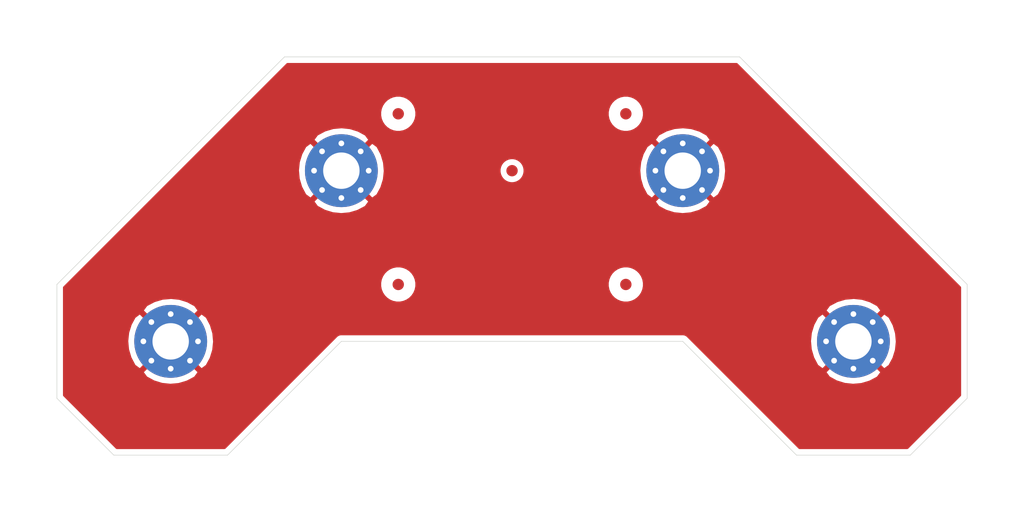
<source format=kicad_pcb>
(kicad_pcb (version 20171130) (host pcbnew "(5.1.12-1-10_14)")

  (general
    (thickness 1.6)
    (drawings 26)
    (tracks 0)
    (zones 0)
    (modules 12)
    (nets 2)
  )

  (page A4)
  (layers
    (0 F.Cu signal)
    (31 B.Cu signal)
    (32 B.Adhes user)
    (33 F.Adhes user)
    (34 B.Paste user)
    (35 F.Paste user)
    (36 B.SilkS user)
    (37 F.SilkS user)
    (38 B.Mask user)
    (39 F.Mask user)
    (40 Dwgs.User user)
    (41 Cmts.User user)
    (42 Eco1.User user)
    (43 Eco2.User user)
    (44 Edge.Cuts user)
    (45 Margin user)
    (46 B.CrtYd user)
    (47 F.CrtYd user)
    (48 B.Fab user)
    (49 F.Fab user)
  )

  (setup
    (last_trace_width 0.25)
    (trace_clearance 0.2)
    (zone_clearance 0.508)
    (zone_45_only no)
    (trace_min 0.2)
    (via_size 0.8)
    (via_drill 0.4)
    (via_min_size 0.4)
    (via_min_drill 0.3)
    (uvia_size 0.3)
    (uvia_drill 0.1)
    (uvias_allowed no)
    (uvia_min_size 0.2)
    (uvia_min_drill 0.1)
    (edge_width 0.05)
    (segment_width 0.2)
    (pcb_text_width 0.3)
    (pcb_text_size 1.5 1.5)
    (mod_edge_width 0.12)
    (mod_text_size 1 1)
    (mod_text_width 0.15)
    (pad_size 1.524 1.524)
    (pad_drill 0.762)
    (pad_to_mask_clearance 0)
    (aux_axis_origin 0 0)
    (visible_elements FFFFFF7F)
    (pcbplotparams
      (layerselection 0x010fc_ffffffff)
      (usegerberextensions false)
      (usegerberattributes true)
      (usegerberadvancedattributes true)
      (creategerberjobfile true)
      (excludeedgelayer true)
      (linewidth 0.100000)
      (plotframeref false)
      (viasonmask false)
      (mode 1)
      (useauxorigin false)
      (hpglpennumber 1)
      (hpglpenspeed 20)
      (hpglpendiameter 15.000000)
      (psnegative false)
      (psa4output false)
      (plotreference true)
      (plotvalue true)
      (plotinvisibletext false)
      (padsonsilk false)
      (subtractmaskfromsilk false)
      (outputformat 1)
      (mirror false)
      (drillshape 1)
      (scaleselection 1)
      (outputdirectory ""))
  )

  (net 0 "")
  (net 1 GND)

  (net_class Default "This is the default net class."
    (clearance 0.2)
    (trace_width 0.25)
    (via_dia 0.8)
    (via_drill 0.4)
    (uvia_dia 0.3)
    (uvia_drill 0.1)
    (add_net GND)
  )

  (module Fiducial:Fiducial_1mm_Mask3mm (layer F.Cu) (tedit 5C18D119) (tstamp 61DFC7F8)
    (at 75 -5)
    (descr "Circular Fiducial, 1mm bare copper, 3mm soldermask opening (recommended)")
    (tags fiducial)
    (attr smd)
    (fp_text reference REF** (at 0 -2.54) (layer F.SilkS) hide
      (effects (font (size 1 1) (thickness 0.15)))
    )
    (fp_text value Fiducial_1mm_Mask3mm (at 0 2.286) (layer F.Fab)
      (effects (font (size 1 1) (thickness 0.15)))
    )
    (fp_circle (center 0 0) (end 1.5 0) (layer F.Fab) (width 0.1))
    (fp_circle (center 0 0) (end 1.75 0) (layer F.CrtYd) (width 0.05))
    (fp_text user %R (at 0 0) (layer F.Fab)
      (effects (font (size 0.4 0.4) (thickness 0.06)))
    )
    (pad "" smd circle (at 0 0) (size 1 1) (layers F.Cu F.Mask)
      (solder_mask_margin 1) (clearance 1))
  )

  (module Fiducial:Fiducial_1mm_Mask3mm (layer F.Cu) (tedit 5C18D119) (tstamp 61DFC7F8)
    (at 5 -5)
    (descr "Circular Fiducial, 1mm bare copper, 3mm soldermask opening (recommended)")
    (tags fiducial)
    (attr smd)
    (fp_text reference REF** (at 0 -2.54) (layer F.SilkS) hide
      (effects (font (size 1 1) (thickness 0.15)))
    )
    (fp_text value Fiducial_1mm_Mask3mm (at 0 2.286) (layer F.Fab)
      (effects (font (size 1 1) (thickness 0.15)))
    )
    (fp_circle (center 0 0) (end 1.5 0) (layer F.Fab) (width 0.1))
    (fp_circle (center 0 0) (end 1.75 0) (layer F.CrtYd) (width 0.05))
    (fp_text user %R (at 0 0) (layer F.Fab)
      (effects (font (size 0.4 0.4) (thickness 0.06)))
    )
    (pad "" smd circle (at 0 0) (size 1 1) (layers F.Cu F.Mask)
      (solder_mask_margin 1) (clearance 1))
  )

  (module Fiducial:Fiducial_1mm_Mask2mm (layer F.Cu) (tedit 5C18CB26) (tstamp 61DFC754)
    (at 40 -25)
    (descr "Circular Fiducial, 1mm bare copper, 2mm soldermask opening (Level A)")
    (tags fiducial)
    (attr smd)
    (fp_text reference REF** (at 0 -2) (layer F.SilkS) hide
      (effects (font (size 1 1) (thickness 0.15)))
    )
    (fp_text value Fiducial_1mm_Mask2mm (at 0 2) (layer F.Fab)
      (effects (font (size 1 1) (thickness 0.15)))
    )
    (fp_text user %R (at 0 0) (layer F.Fab)
      (effects (font (size 0.4 0.4) (thickness 0.06)))
    )
    (fp_circle (center 0 0) (end 1 0) (layer F.Fab) (width 0.1))
    (fp_circle (center 0 0) (end 1.25 0) (layer F.CrtYd) (width 0.05))
    (pad "" smd circle (at 0 0) (size 1 1) (layers F.Cu F.Mask)
      (solder_mask_margin 0.5) (clearance 0.5))
  )

  (module index:logo_mask (layer F.Cu) (tedit 5F98441C) (tstamp 61DFBD84)
    (at 40 -25)
    (fp_text reference G*** (at 0 0) (layer F.SilkS) hide
      (effects (font (size 1.524 1.524) (thickness 0.3)))
    )
    (fp_text value LOGO (at 0.75 0) (layer F.SilkS) hide
      (effects (font (size 1.524 1.524) (thickness 0.3)))
    )
    (fp_poly (pts (xy 0.169333 -2.543898) (xy 0.263869 -2.534212) (xy 0.52296 -2.493539) (xy 0.77827 -2.424972)
      (xy 1.029979 -2.32846) (xy 1.150055 -2.27195) (xy 1.292674 -2.196349) (xy 1.419534 -2.118738)
      (xy 1.537813 -2.033871) (xy 1.654691 -1.936508) (xy 1.777345 -1.821403) (xy 1.806554 -1.792443)
      (xy 1.926386 -1.667492) (xy 2.027294 -1.549938) (xy 2.114522 -1.432602) (xy 2.193312 -1.308306)
      (xy 2.268909 -1.16987) (xy 2.286061 -1.135945) (xy 2.396061 -0.885908) (xy 2.478089 -0.632356)
      (xy 2.532199 -0.375109) (xy 2.548323 -0.249759) (xy 2.558008 -0.155222) (xy 2.850444 -0.155222)
      (xy 2.850444 0.169333) (xy 2.557399 0.169333) (xy 2.547535 0.264583) (xy 2.507659 0.521009)
      (xy 2.441477 0.771033) (xy 2.348236 1.017208) (xy 2.286061 1.150055) (xy 2.21046 1.292674)
      (xy 2.132848 1.419534) (xy 2.047982 1.537813) (xy 1.950619 1.654691) (xy 1.835514 1.777345)
      (xy 1.806554 1.806554) (xy 1.681603 1.926386) (xy 1.564049 2.027294) (xy 1.446713 2.114522)
      (xy 1.322416 2.193312) (xy 1.18398 2.268909) (xy 1.150055 2.286061) (xy 0.900019 2.396061)
      (xy 0.646466 2.478089) (xy 0.38922 2.532199) (xy 0.263869 2.548323) (xy 0.169333 2.558008)
      (xy 0.169333 2.850444) (xy -0.155222 2.850444) (xy -0.155222 2.558008) (xy -0.249759 2.548323)
      (xy -0.508849 2.507649) (xy -0.76416 2.439083) (xy -1.015868 2.34257) (xy -1.135945 2.286061)
      (xy -1.278563 2.21046) (xy -1.405423 2.132848) (xy -1.523702 2.047982) (xy -1.64058 1.950619)
      (xy -1.763235 1.835514) (xy -1.792443 1.806554) (xy -1.912275 1.681603) (xy -2.013183 1.564049)
      (xy -2.100411 1.446713) (xy -2.179202 1.322416) (xy -2.254798 1.18398) (xy -2.27195 1.150055)
      (xy -2.38195 0.900019) (xy -2.463979 0.646466) (xy -2.518088 0.38922) (xy -2.534212 0.263869)
      (xy -2.543898 0.169333) (xy -2.836333 0.169333) (xy -2.836333 -0.155222) (xy -2.543898 -0.155222)
      (xy -2.205231 -0.155222) (xy -0.790222 -0.155222) (xy -0.790222 0.169333) (xy -2.205231 0.169333)
      (xy -2.195524 0.264583) (xy -2.159639 0.484313) (xy -2.097594 0.704567) (xy -2.011111 0.921475)
      (xy -1.901907 1.131165) (xy -1.771704 1.329766) (xy -1.659801 1.470858) (xy -1.506596 1.628821)
      (xy -1.33195 1.773377) (xy -1.140543 1.901804) (xy -0.937055 2.011383) (xy -0.726165 2.09939)
      (xy -0.512554 2.163106) (xy -0.443468 2.178102) (xy -0.370237 2.192329) (xy -0.31788 2.201925)
      (xy -0.27962 2.20791) (xy -0.248682 2.211303) (xy -0.218287 2.213125) (xy -0.208139 2.213523)
      (xy -0.155222 2.215444) (xy -0.155222 1.721555) (xy 0.169333 1.721555) (xy 0.169333 2.219342)
      (xy 0.264583 2.209635) (xy 0.483298 2.173883) (xy 0.70209 2.112335) (xy 0.916909 2.027114)
      (xy 1.123706 1.920343) (xy 1.318431 1.794146) (xy 1.497033 1.650645) (xy 1.655463 1.491964)
      (xy 1.673912 1.470858) (xy 1.818922 1.28327) (xy 1.944237 1.081651) (xy 2.048139 0.869873)
      (xy 2.128907 0.651808) (xy 2.184824 0.431326) (xy 2.209635 0.264583) (xy 2.219342 0.169333)
      (xy 1.721555 0.169333) (xy 1.721555 -0.155222) (xy 2.219342 -0.155222) (xy 2.209635 -0.250472)
      (xy 2.173749 -0.470202) (xy 2.111705 -0.690456) (xy 2.025222 -0.907364) (xy 1.916018 -1.117054)
      (xy 1.785814 -1.315655) (xy 1.673912 -1.456747) (xy 1.518331 -1.617203) (xy 1.342063 -1.762747)
      (xy 1.149159 -1.891257) (xy 0.943669 -2.000609) (xy 0.729643 -2.088681) (xy 0.511131 -2.153349)
      (xy 0.292182 -2.192491) (xy 0.264583 -2.195524) (xy 0.169333 -2.205231) (xy 0.169333 -0.790222)
      (xy -0.155222 -0.790222) (xy -0.155222 -2.205231) (xy -0.250472 -2.195524) (xy -0.469187 -2.159772)
      (xy -0.687979 -2.098224) (xy -0.902798 -2.013003) (xy -1.109595 -1.906233) (xy -1.30432 -1.780035)
      (xy -1.482922 -1.636534) (xy -1.641352 -1.477853) (xy -1.659801 -1.456747) (xy -1.804811 -1.269159)
      (xy -1.930126 -1.06754) (xy -2.034028 -0.855762) (xy -2.114796 -0.637697) (xy -2.170713 -0.417216)
      (xy -2.195524 -0.250472) (xy -2.205231 -0.155222) (xy -2.543898 -0.155222) (xy -2.534212 -0.249759)
      (xy -2.493539 -0.508849) (xy -2.424972 -0.76416) (xy -2.32846 -1.015868) (xy -2.27195 -1.135945)
      (xy -2.196349 -1.278563) (xy -2.118738 -1.405423) (xy -2.033871 -1.523702) (xy -1.936508 -1.64058)
      (xy -1.821403 -1.763235) (xy -1.792443 -1.792443) (xy -1.667492 -1.912275) (xy -1.549938 -2.013183)
      (xy -1.432602 -2.100411) (xy -1.308306 -2.179202) (xy -1.16987 -2.254798) (xy -1.135945 -2.27195)
      (xy -0.885908 -2.38195) (xy -0.632356 -2.463979) (xy -0.375109 -2.518088) (xy -0.249759 -2.534212)
      (xy -0.155222 -2.543898) (xy -0.155222 -2.836333) (xy 0.169333 -2.836333) (xy 0.169333 -2.543898)) (layer F.Mask) (width 0.01))
    (fp_poly (pts (xy 0.172439 -0.342195) (xy 0.176389 -0.162278) (xy 0.356305 -0.158329) (xy 0.536222 -0.154379)
      (xy 0.536222 0.16849) (xy 0.356305 0.172439) (xy 0.176389 0.176389) (xy 0.172439 0.356305)
      (xy 0.16849 0.536222) (xy -0.154379 0.536222) (xy -0.158329 0.356305) (xy -0.162278 0.176389)
      (xy -0.342195 0.172439) (xy -0.522111 0.16849) (xy -0.522111 -0.154379) (xy -0.342195 -0.158329)
      (xy -0.162278 -0.162278) (xy -0.158329 -0.342195) (xy -0.154379 -0.522111) (xy 0.16849 -0.522111)
      (xy 0.172439 -0.342195)) (layer F.Mask) (width 0.01))
  )

  (module Fiducial:Fiducial_1mm_Mask3mm (layer F.Cu) (tedit 5C18D119) (tstamp 61DFAFC9)
    (at 30 -30)
    (descr "Circular Fiducial, 1mm bare copper, 3mm soldermask opening (recommended)")
    (tags fiducial)
    (attr smd)
    (fp_text reference REF** (at 0 -2.54) (layer F.SilkS) hide
      (effects (font (size 1 1) (thickness 0.15)))
    )
    (fp_text value Fiducial_1mm_Mask3mm (at 0 2.286) (layer F.Fab)
      (effects (font (size 1 1) (thickness 0.15)))
    )
    (fp_circle (center 0 0) (end 1.5 0) (layer F.Fab) (width 0.1))
    (fp_circle (center 0 0) (end 1.75 0) (layer F.CrtYd) (width 0.05))
    (fp_text user %R (at 0 0) (layer F.Fab)
      (effects (font (size 0.4 0.4) (thickness 0.06)))
    )
    (pad "" smd circle (at 0 0) (size 1 1) (layers F.Cu F.Mask)
      (solder_mask_margin 1) (clearance 1))
  )

  (module Fiducial:Fiducial_1mm_Mask3mm (layer F.Cu) (tedit 5C18D119) (tstamp 61DFAFC9)
    (at 50 -30)
    (descr "Circular Fiducial, 1mm bare copper, 3mm soldermask opening (recommended)")
    (tags fiducial)
    (attr smd)
    (fp_text reference REF** (at 0 -2.54) (layer F.SilkS) hide
      (effects (font (size 1 1) (thickness 0.15)))
    )
    (fp_text value Fiducial_1mm_Mask3mm (at 0 2.286) (layer F.Fab)
      (effects (font (size 1 1) (thickness 0.15)))
    )
    (fp_circle (center 0 0) (end 1.5 0) (layer F.Fab) (width 0.1))
    (fp_circle (center 0 0) (end 1.75 0) (layer F.CrtYd) (width 0.05))
    (fp_text user %R (at 0 0) (layer F.Fab)
      (effects (font (size 0.4 0.4) (thickness 0.06)))
    )
    (pad "" smd circle (at 0 0) (size 1 1) (layers F.Cu F.Mask)
      (solder_mask_margin 1) (clearance 1))
  )

  (module Fiducial:Fiducial_1mm_Mask3mm (layer F.Cu) (tedit 5C18D119) (tstamp 61DFAFC9)
    (at 50 -15)
    (descr "Circular Fiducial, 1mm bare copper, 3mm soldermask opening (recommended)")
    (tags fiducial)
    (attr smd)
    (fp_text reference REF** (at 0 -2.54) (layer F.SilkS) hide
      (effects (font (size 1 1) (thickness 0.15)))
    )
    (fp_text value Fiducial_1mm_Mask3mm (at 0 2.286) (layer F.Fab)
      (effects (font (size 1 1) (thickness 0.15)))
    )
    (fp_circle (center 0 0) (end 1.5 0) (layer F.Fab) (width 0.1))
    (fp_circle (center 0 0) (end 1.75 0) (layer F.CrtYd) (width 0.05))
    (fp_text user %R (at 0 0) (layer F.Fab)
      (effects (font (size 0.4 0.4) (thickness 0.06)))
    )
    (pad "" smd circle (at 0 0) (size 1 1) (layers F.Cu F.Mask)
      (solder_mask_margin 1) (clearance 1))
  )

  (module Fiducial:Fiducial_1mm_Mask3mm (layer F.Cu) (tedit 5C18D119) (tstamp 61DFAFC7)
    (at 30 -15)
    (descr "Circular Fiducial, 1mm bare copper, 3mm soldermask opening (recommended)")
    (tags fiducial)
    (attr smd)
    (fp_text reference REF** (at 0 -2.54) (layer F.SilkS) hide
      (effects (font (size 1 1) (thickness 0.15)))
    )
    (fp_text value Fiducial_1mm_Mask3mm (at 0 2.286) (layer F.Fab)
      (effects (font (size 1 1) (thickness 0.15)))
    )
    (fp_text user %R (at 0 0) (layer F.Fab)
      (effects (font (size 0.4 0.4) (thickness 0.06)))
    )
    (fp_circle (center 0 0) (end 1.5 0) (layer F.Fab) (width 0.1))
    (fp_circle (center 0 0) (end 1.75 0) (layer F.CrtYd) (width 0.05))
    (pad "" smd circle (at 0 0) (size 1 1) (layers F.Cu F.Mask)
      (solder_mask_margin 1) (clearance 1))
  )

  (module MountingHole:MountingHole_3.2mm_M3_Pad_Via (layer F.Cu) (tedit 56DDBCCA) (tstamp 61DFC4F5)
    (at 25 -25)
    (descr "Mounting Hole 3.2mm, M3")
    (tags "mounting hole 3.2mm m3")
    (path /61DF6F95)
    (attr virtual)
    (fp_text reference H1 (at 0 -4.2) (layer F.SilkS) hide
      (effects (font (size 1 1) (thickness 0.15)))
    )
    (fp_text value MountingHole_Pad (at 0 4.2) (layer F.Fab)
      (effects (font (size 1 1) (thickness 0.15)))
    )
    (fp_circle (center 0 0) (end 3.45 0) (layer F.CrtYd) (width 0.05))
    (fp_circle (center 0 0) (end 3.2 0) (layer Cmts.User) (width 0.15))
    (fp_text user %R (at 0.3 0) (layer F.Fab)
      (effects (font (size 1 1) (thickness 0.15)))
    )
    (pad 1 thru_hole circle (at 0 0) (size 6.4 6.4) (drill 3.2) (layers *.Cu *.Mask)
      (net 1 GND))
    (pad 1 thru_hole circle (at 2.4 0) (size 0.8 0.8) (drill 0.5) (layers *.Cu *.Mask)
      (net 1 GND))
    (pad 1 thru_hole circle (at 1.697056 1.697056) (size 0.8 0.8) (drill 0.5) (layers *.Cu *.Mask)
      (net 1 GND))
    (pad 1 thru_hole circle (at 0 2.4) (size 0.8 0.8) (drill 0.5) (layers *.Cu *.Mask)
      (net 1 GND))
    (pad 1 thru_hole circle (at -1.697056 1.697056) (size 0.8 0.8) (drill 0.5) (layers *.Cu *.Mask)
      (net 1 GND))
    (pad 1 thru_hole circle (at -2.4 0) (size 0.8 0.8) (drill 0.5) (layers *.Cu *.Mask)
      (net 1 GND))
    (pad 1 thru_hole circle (at -1.697056 -1.697056) (size 0.8 0.8) (drill 0.5) (layers *.Cu *.Mask)
      (net 1 GND))
    (pad 1 thru_hole circle (at 0 -2.4) (size 0.8 0.8) (drill 0.5) (layers *.Cu *.Mask)
      (net 1 GND))
    (pad 1 thru_hole circle (at 1.697056 -1.697056) (size 0.8 0.8) (drill 0.5) (layers *.Cu *.Mask)
      (net 1 GND))
  )

  (module MountingHole:MountingHole_3.2mm_M3_Pad_Via (layer F.Cu) (tedit 56DDBCCA) (tstamp 61DFC505)
    (at 10 -10)
    (descr "Mounting Hole 3.2mm, M3")
    (tags "mounting hole 3.2mm m3")
    (path /61DF7944)
    (attr virtual)
    (fp_text reference H2 (at 0 -4.2) (layer F.SilkS) hide
      (effects (font (size 1 1) (thickness 0.15)))
    )
    (fp_text value MountingHole_Pad (at 0 4.2) (layer F.Fab)
      (effects (font (size 1 1) (thickness 0.15)))
    )
    (fp_text user %R (at 0.3 0) (layer F.Fab)
      (effects (font (size 1 1) (thickness 0.15)))
    )
    (fp_circle (center 0 0) (end 3.2 0) (layer Cmts.User) (width 0.15))
    (fp_circle (center 0 0) (end 3.45 0) (layer F.CrtYd) (width 0.05))
    (pad 1 thru_hole circle (at 1.697056 -1.697056) (size 0.8 0.8) (drill 0.5) (layers *.Cu *.Mask)
      (net 1 GND))
    (pad 1 thru_hole circle (at 0 -2.4) (size 0.8 0.8) (drill 0.5) (layers *.Cu *.Mask)
      (net 1 GND))
    (pad 1 thru_hole circle (at -1.697056 -1.697056) (size 0.8 0.8) (drill 0.5) (layers *.Cu *.Mask)
      (net 1 GND))
    (pad 1 thru_hole circle (at -2.4 0) (size 0.8 0.8) (drill 0.5) (layers *.Cu *.Mask)
      (net 1 GND))
    (pad 1 thru_hole circle (at -1.697056 1.697056) (size 0.8 0.8) (drill 0.5) (layers *.Cu *.Mask)
      (net 1 GND))
    (pad 1 thru_hole circle (at 0 2.4) (size 0.8 0.8) (drill 0.5) (layers *.Cu *.Mask)
      (net 1 GND))
    (pad 1 thru_hole circle (at 1.697056 1.697056) (size 0.8 0.8) (drill 0.5) (layers *.Cu *.Mask)
      (net 1 GND))
    (pad 1 thru_hole circle (at 2.4 0) (size 0.8 0.8) (drill 0.5) (layers *.Cu *.Mask)
      (net 1 GND))
    (pad 1 thru_hole circle (at 0 0) (size 6.4 6.4) (drill 3.2) (layers *.Cu *.Mask)
      (net 1 GND))
  )

  (module MountingHole:MountingHole_3.2mm_M3_Pad_Via (layer F.Cu) (tedit 56DDBCCA) (tstamp 61DFC515)
    (at 70 -10)
    (descr "Mounting Hole 3.2mm, M3")
    (tags "mounting hole 3.2mm m3")
    (path /61DF9204)
    (attr virtual)
    (fp_text reference H3 (at 0 -4.2) (layer F.SilkS) hide
      (effects (font (size 1 1) (thickness 0.15)))
    )
    (fp_text value MountingHole_Pad (at 0 4.2) (layer F.Fab)
      (effects (font (size 1 1) (thickness 0.15)))
    )
    (fp_circle (center 0 0) (end 3.45 0) (layer F.CrtYd) (width 0.05))
    (fp_circle (center 0 0) (end 3.2 0) (layer Cmts.User) (width 0.15))
    (fp_text user %R (at 0.3 0) (layer F.Fab)
      (effects (font (size 1 1) (thickness 0.15)))
    )
    (pad 1 thru_hole circle (at 0 0) (size 6.4 6.4) (drill 3.2) (layers *.Cu *.Mask)
      (net 1 GND))
    (pad 1 thru_hole circle (at 2.4 0) (size 0.8 0.8) (drill 0.5) (layers *.Cu *.Mask)
      (net 1 GND))
    (pad 1 thru_hole circle (at 1.697056 1.697056) (size 0.8 0.8) (drill 0.5) (layers *.Cu *.Mask)
      (net 1 GND))
    (pad 1 thru_hole circle (at 0 2.4) (size 0.8 0.8) (drill 0.5) (layers *.Cu *.Mask)
      (net 1 GND))
    (pad 1 thru_hole circle (at -1.697056 1.697056) (size 0.8 0.8) (drill 0.5) (layers *.Cu *.Mask)
      (net 1 GND))
    (pad 1 thru_hole circle (at -2.4 0) (size 0.8 0.8) (drill 0.5) (layers *.Cu *.Mask)
      (net 1 GND))
    (pad 1 thru_hole circle (at -1.697056 -1.697056) (size 0.8 0.8) (drill 0.5) (layers *.Cu *.Mask)
      (net 1 GND))
    (pad 1 thru_hole circle (at 0 -2.4) (size 0.8 0.8) (drill 0.5) (layers *.Cu *.Mask)
      (net 1 GND))
    (pad 1 thru_hole circle (at 1.697056 -1.697056) (size 0.8 0.8) (drill 0.5) (layers *.Cu *.Mask)
      (net 1 GND))
  )

  (module MountingHole:MountingHole_3.2mm_M3_Pad_Via (layer F.Cu) (tedit 56DDBCCA) (tstamp 61DFC525)
    (at 55 -25)
    (descr "Mounting Hole 3.2mm, M3")
    (tags "mounting hole 3.2mm m3")
    (path /61DF9570)
    (attr virtual)
    (fp_text reference H4 (at 0 -4.2) (layer F.SilkS) hide
      (effects (font (size 1 1) (thickness 0.15)))
    )
    (fp_text value MountingHole_Pad (at 0 4.2) (layer F.Fab)
      (effects (font (size 1 1) (thickness 0.15)))
    )
    (fp_text user %R (at 0.3 0) (layer F.Fab)
      (effects (font (size 1 1) (thickness 0.15)))
    )
    (fp_circle (center 0 0) (end 3.2 0) (layer Cmts.User) (width 0.15))
    (fp_circle (center 0 0) (end 3.45 0) (layer F.CrtYd) (width 0.05))
    (pad 1 thru_hole circle (at 1.697056 -1.697056) (size 0.8 0.8) (drill 0.5) (layers *.Cu *.Mask)
      (net 1 GND))
    (pad 1 thru_hole circle (at 0 -2.4) (size 0.8 0.8) (drill 0.5) (layers *.Cu *.Mask)
      (net 1 GND))
    (pad 1 thru_hole circle (at -1.697056 -1.697056) (size 0.8 0.8) (drill 0.5) (layers *.Cu *.Mask)
      (net 1 GND))
    (pad 1 thru_hole circle (at -2.4 0) (size 0.8 0.8) (drill 0.5) (layers *.Cu *.Mask)
      (net 1 GND))
    (pad 1 thru_hole circle (at -1.697056 1.697056) (size 0.8 0.8) (drill 0.5) (layers *.Cu *.Mask)
      (net 1 GND))
    (pad 1 thru_hole circle (at 0 2.4) (size 0.8 0.8) (drill 0.5) (layers *.Cu *.Mask)
      (net 1 GND))
    (pad 1 thru_hole circle (at 1.697056 1.697056) (size 0.8 0.8) (drill 0.5) (layers *.Cu *.Mask)
      (net 1 GND))
    (pad 1 thru_hole circle (at 2.4 0) (size 0.8 0.8) (drill 0.5) (layers *.Cu *.Mask)
      (net 1 GND))
    (pad 1 thru_hole circle (at 0 0) (size 6.4 6.4) (drill 3.2) (layers *.Cu *.Mask)
      (net 1 GND))
  )

  (gr_circle (center 62.5 -17.5) (end 63.75 -17.5) (layer F.Mask) (width 2.5) (tstamp 61DFC81A))
  (gr_circle (center 17.5 -17.5) (end 18.75 -17.5) (layer F.Mask) (width 2.5))
  (gr_line (start 40 -30) (end 40 -29) (layer F.Mask) (width 0.15) (tstamp 61DFC303))
  (gr_line (start 40 -15) (end 40 -21) (layer F.Mask) (width 0.15) (tstamp 61DFC300))
  (gr_line (start 36 -25) (end 30 -25) (layer F.Mask) (width 0.15))
  (gr_line (start 44 -25) (end 50 -25) (layer F.Mask) (width 0.15))
  (gr_circle (center 40 -25) (end 44 -25) (layer F.Mask) (width 0.15))
  (gr_line (start 35 -30) (end 35 -15) (layer F.Mask) (width 0.15))
  (gr_line (start 45 -15) (end 45 -30) (layer F.Mask) (width 0.15))
  (gr_line (start 30 -20) (end 50 -20) (layer F.Mask) (width 0.15))
  (gr_line (start 30 -30) (end 30 -15) (layer F.Mask) (width 0.15) (tstamp 61DFC2FD))
  (gr_line (start 50 -30) (end 30 -30) (layer F.Mask) (width 0.15))
  (gr_line (start 50 -15) (end 50 -30) (layer F.Mask) (width 0.15))
  (gr_line (start 30 -15) (end 50 -15) (layer F.Mask) (width 0.15))
  (gr_line (start 20 -35) (end 0 -15) (layer Edge.Cuts) (width 0.05) (tstamp 61DF525C))
  (gr_line (start 60 -35) (end 20 -35) (layer Edge.Cuts) (width 0.05))
  (gr_line (start 80 -15) (end 60 -35) (layer Edge.Cuts) (width 0.05))
  (gr_line (start 80 -5) (end 80 -15) (layer Edge.Cuts) (width 0.05))
  (gr_line (start 75 0) (end 80 -5) (layer Edge.Cuts) (width 0.05))
  (gr_line (start 65 0) (end 75 0) (layer Edge.Cuts) (width 0.05))
  (gr_line (start 55 -10) (end 65 0) (layer Edge.Cuts) (width 0.05))
  (gr_line (start 25 -10) (end 55 -10) (layer Edge.Cuts) (width 0.05))
  (gr_line (start 15 0) (end 25 -10) (layer Edge.Cuts) (width 0.05))
  (gr_line (start 0 -5) (end 0 -15) (layer Edge.Cuts) (width 0.05))
  (gr_line (start 5 0) (end 0 -5) (layer Edge.Cuts) (width 0.05))
  (gr_line (start 5 0) (end 15 0) (layer Edge.Cuts) (width 0.05))

  (zone (net 1) (net_name GND) (layer F.Cu) (tstamp 0) (hatch edge 0.508)
    (connect_pads (clearance 0.508))
    (min_thickness 0.254)
    (fill yes (arc_segments 32) (thermal_gap 0.508) (thermal_bridge_width 0.508))
    (polygon
      (pts
        (xy 85 -15) (xy 85 -5) (xy 85 5) (xy 65 5) (xy 55 5)
        (xy 25 5) (xy 15 5) (xy -5 5) (xy -5 -5) (xy -5 -40)
        (xy 85 -40)
      )
    )
    (filled_polygon
      (pts
        (xy 79.340001 -14.726619) (xy 79.34 -5.273381) (xy 74.72662 -0.66) (xy 65.273381 -0.66) (xy 58.634262 -7.299119)
        (xy 67.478724 -7.299119) (xy 67.838912 -6.809452) (xy 68.502882 -6.449151) (xy 69.224385 -6.225306) (xy 69.975695 -6.14652)
        (xy 70.727938 -6.215822) (xy 71.452208 -6.430548) (xy 72.12067 -6.782445) (xy 72.161088 -6.809452) (xy 72.521276 -7.299119)
        (xy 70 -9.820395) (xy 67.478724 -7.299119) (xy 58.634262 -7.299119) (xy 55.909076 -10.024305) (xy 66.14652 -10.024305)
        (xy 66.215822 -9.272062) (xy 66.430548 -8.547792) (xy 66.782445 -7.87933) (xy 66.809452 -7.838912) (xy 67.299119 -7.478724)
        (xy 69.820395 -10) (xy 70.179605 -10) (xy 72.700881 -7.478724) (xy 73.190548 -7.838912) (xy 73.550849 -8.502882)
        (xy 73.774694 -9.224385) (xy 73.85348 -9.975695) (xy 73.784178 -10.727938) (xy 73.569452 -11.452208) (xy 73.217555 -12.12067)
        (xy 73.190548 -12.161088) (xy 72.700881 -12.521276) (xy 70.179605 -10) (xy 69.820395 -10) (xy 67.299119 -12.521276)
        (xy 66.809452 -12.161088) (xy 66.449151 -11.497118) (xy 66.225306 -10.775615) (xy 66.14652 -10.024305) (xy 55.909076 -10.024305)
        (xy 55.489616 -10.443764) (xy 55.468948 -10.468948) (xy 55.36845 -10.551425) (xy 55.253793 -10.61271) (xy 55.129383 -10.65045)
        (xy 55.032419 -10.66) (xy 55.032409 -10.66) (xy 55 -10.663192) (xy 54.967591 -10.66) (xy 25.032412 -10.66)
        (xy 25 -10.663192) (xy 24.967588 -10.66) (xy 24.967581 -10.66) (xy 24.870617 -10.65045) (xy 24.746207 -10.61271)
        (xy 24.63155 -10.551425) (xy 24.57374 -10.503981) (xy 24.531052 -10.468948) (xy 24.510388 -10.443769) (xy 14.72662 -0.66)
        (xy 5.273381 -0.66) (xy 0.66 -5.27338) (xy 0.66 -7.299119) (xy 7.478724 -7.299119) (xy 7.838912 -6.809452)
        (xy 8.502882 -6.449151) (xy 9.224385 -6.225306) (xy 9.975695 -6.14652) (xy 10.727938 -6.215822) (xy 11.452208 -6.430548)
        (xy 12.12067 -6.782445) (xy 12.161088 -6.809452) (xy 12.521276 -7.299119) (xy 10 -9.820395) (xy 7.478724 -7.299119)
        (xy 0.66 -7.299119) (xy 0.66 -10.024305) (xy 6.14652 -10.024305) (xy 6.215822 -9.272062) (xy 6.430548 -8.547792)
        (xy 6.782445 -7.87933) (xy 6.809452 -7.838912) (xy 7.299119 -7.478724) (xy 9.820395 -10) (xy 10.179605 -10)
        (xy 12.700881 -7.478724) (xy 13.190548 -7.838912) (xy 13.550849 -8.502882) (xy 13.774694 -9.224385) (xy 13.85348 -9.975695)
        (xy 13.784178 -10.727938) (xy 13.569452 -11.452208) (xy 13.217555 -12.12067) (xy 13.190548 -12.161088) (xy 12.700881 -12.521276)
        (xy 10.179605 -10) (xy 9.820395 -10) (xy 7.299119 -12.521276) (xy 6.809452 -12.161088) (xy 6.449151 -11.497118)
        (xy 6.225306 -10.775615) (xy 6.14652 -10.024305) (xy 0.66 -10.024305) (xy 0.66 -12.700881) (xy 7.478724 -12.700881)
        (xy 10 -10.179605) (xy 12.521276 -12.700881) (xy 67.478724 -12.700881) (xy 70 -10.179605) (xy 72.521276 -12.700881)
        (xy 72.161088 -13.190548) (xy 71.497118 -13.550849) (xy 70.775615 -13.774694) (xy 70.024305 -13.85348) (xy 69.272062 -13.784178)
        (xy 68.547792 -13.569452) (xy 67.87933 -13.217555) (xy 67.838912 -13.190548) (xy 67.478724 -12.700881) (xy 12.521276 -12.700881)
        (xy 12.161088 -13.190548) (xy 11.497118 -13.550849) (xy 10.775615 -13.774694) (xy 10.024305 -13.85348) (xy 9.272062 -13.784178)
        (xy 8.547792 -13.569452) (xy 7.87933 -13.217555) (xy 7.838912 -13.190548) (xy 7.478724 -12.700881) (xy 0.66 -12.700881)
        (xy 0.66 -14.72662) (xy 1.093625 -15.160245) (xy 28.373 -15.160245) (xy 28.373 -14.839755) (xy 28.435525 -14.525422)
        (xy 28.558172 -14.229327) (xy 28.736227 -13.962848) (xy 28.962848 -13.736227) (xy 29.229327 -13.558172) (xy 29.525422 -13.435525)
        (xy 29.839755 -13.373) (xy 30.160245 -13.373) (xy 30.474578 -13.435525) (xy 30.770673 -13.558172) (xy 31.037152 -13.736227)
        (xy 31.263773 -13.962848) (xy 31.441828 -14.229327) (xy 31.564475 -14.525422) (xy 31.627 -14.839755) (xy 31.627 -15.160245)
        (xy 48.373 -15.160245) (xy 48.373 -14.839755) (xy 48.435525 -14.525422) (xy 48.558172 -14.229327) (xy 48.736227 -13.962848)
        (xy 48.962848 -13.736227) (xy 49.229327 -13.558172) (xy 49.525422 -13.435525) (xy 49.839755 -13.373) (xy 50.160245 -13.373)
        (xy 50.474578 -13.435525) (xy 50.770673 -13.558172) (xy 51.037152 -13.736227) (xy 51.263773 -13.962848) (xy 51.441828 -14.229327)
        (xy 51.564475 -14.525422) (xy 51.627 -14.839755) (xy 51.627 -15.160245) (xy 51.564475 -15.474578) (xy 51.441828 -15.770673)
        (xy 51.263773 -16.037152) (xy 51.037152 -16.263773) (xy 50.770673 -16.441828) (xy 50.474578 -16.564475) (xy 50.160245 -16.627)
        (xy 49.839755 -16.627) (xy 49.525422 -16.564475) (xy 49.229327 -16.441828) (xy 48.962848 -16.263773) (xy 48.736227 -16.037152)
        (xy 48.558172 -15.770673) (xy 48.435525 -15.474578) (xy 48.373 -15.160245) (xy 31.627 -15.160245) (xy 31.564475 -15.474578)
        (xy 31.441828 -15.770673) (xy 31.263773 -16.037152) (xy 31.037152 -16.263773) (xy 30.770673 -16.441828) (xy 30.474578 -16.564475)
        (xy 30.160245 -16.627) (xy 29.839755 -16.627) (xy 29.525422 -16.564475) (xy 29.229327 -16.441828) (xy 28.962848 -16.263773)
        (xy 28.736227 -16.037152) (xy 28.558172 -15.770673) (xy 28.435525 -15.474578) (xy 28.373 -15.160245) (xy 1.093625 -15.160245)
        (xy 8.232499 -22.299119) (xy 22.478724 -22.299119) (xy 22.838912 -21.809452) (xy 23.502882 -21.449151) (xy 24.224385 -21.225306)
        (xy 24.975695 -21.14652) (xy 25.727938 -21.215822) (xy 26.452208 -21.430548) (xy 27.12067 -21.782445) (xy 27.161088 -21.809452)
        (xy 27.521276 -22.299119) (xy 52.478724 -22.299119) (xy 52.838912 -21.809452) (xy 53.502882 -21.449151) (xy 54.224385 -21.225306)
        (xy 54.975695 -21.14652) (xy 55.727938 -21.215822) (xy 56.452208 -21.430548) (xy 57.12067 -21.782445) (xy 57.161088 -21.809452)
        (xy 57.521276 -22.299119) (xy 55 -24.820395) (xy 52.478724 -22.299119) (xy 27.521276 -22.299119) (xy 25 -24.820395)
        (xy 22.478724 -22.299119) (xy 8.232499 -22.299119) (xy 10.957685 -25.024305) (xy 21.14652 -25.024305) (xy 21.215822 -24.272062)
        (xy 21.430548 -23.547792) (xy 21.782445 -22.87933) (xy 21.809452 -22.838912) (xy 22.299119 -22.478724) (xy 24.820395 -25)
        (xy 25.179605 -25) (xy 27.700881 -22.478724) (xy 28.190548 -22.838912) (xy 28.550849 -23.502882) (xy 28.774694 -24.224385)
        (xy 28.85348 -24.975695) (xy 28.840943 -25.111788) (xy 38.865 -25.111788) (xy 38.865 -24.888212) (xy 38.908617 -24.668933)
        (xy 38.994176 -24.462376) (xy 39.118388 -24.27648) (xy 39.27648 -24.118388) (xy 39.462376 -23.994176) (xy 39.668933 -23.908617)
        (xy 39.888212 -23.865) (xy 40.111788 -23.865) (xy 40.331067 -23.908617) (xy 40.537624 -23.994176) (xy 40.72352 -24.118388)
        (xy 40.881612 -24.27648) (xy 41.005824 -24.462376) (xy 41.091383 -24.668933) (xy 41.135 -24.888212) (xy 41.135 -25.024305)
        (xy 51.14652 -25.024305) (xy 51.215822 -24.272062) (xy 51.430548 -23.547792) (xy 51.782445 -22.87933) (xy 51.809452 -22.838912)
        (xy 52.299119 -22.478724) (xy 54.820395 -25) (xy 55.179605 -25) (xy 57.700881 -22.478724) (xy 58.190548 -22.838912)
        (xy 58.550849 -23.502882) (xy 58.774694 -24.224385) (xy 58.85348 -24.975695) (xy 58.784178 -25.727938) (xy 58.569452 -26.452208)
        (xy 58.217555 -27.12067) (xy 58.190548 -27.161088) (xy 57.700881 -27.521276) (xy 55.179605 -25) (xy 54.820395 -25)
        (xy 52.299119 -27.521276) (xy 51.809452 -27.161088) (xy 51.449151 -26.497118) (xy 51.225306 -25.775615) (xy 51.14652 -25.024305)
        (xy 41.135 -25.024305) (xy 41.135 -25.111788) (xy 41.091383 -25.331067) (xy 41.005824 -25.537624) (xy 40.881612 -25.72352)
        (xy 40.72352 -25.881612) (xy 40.537624 -26.005824) (xy 40.331067 -26.091383) (xy 40.111788 -26.135) (xy 39.888212 -26.135)
        (xy 39.668933 -26.091383) (xy 39.462376 -26.005824) (xy 39.27648 -25.881612) (xy 39.118388 -25.72352) (xy 38.994176 -25.537624)
        (xy 38.908617 -25.331067) (xy 38.865 -25.111788) (xy 28.840943 -25.111788) (xy 28.784178 -25.727938) (xy 28.569452 -26.452208)
        (xy 28.217555 -27.12067) (xy 28.190548 -27.161088) (xy 27.700881 -27.521276) (xy 25.179605 -25) (xy 24.820395 -25)
        (xy 22.299119 -27.521276) (xy 21.809452 -27.161088) (xy 21.449151 -26.497118) (xy 21.225306 -25.775615) (xy 21.14652 -25.024305)
        (xy 10.957685 -25.024305) (xy 13.634261 -27.700881) (xy 22.478724 -27.700881) (xy 25 -25.179605) (xy 27.521276 -27.700881)
        (xy 52.478724 -27.700881) (xy 55 -25.179605) (xy 57.521276 -27.700881) (xy 57.161088 -28.190548) (xy 56.497118 -28.550849)
        (xy 55.775615 -28.774694) (xy 55.024305 -28.85348) (xy 54.272062 -28.784178) (xy 53.547792 -28.569452) (xy 52.87933 -28.217555)
        (xy 52.838912 -28.190548) (xy 52.478724 -27.700881) (xy 27.521276 -27.700881) (xy 27.161088 -28.190548) (xy 26.497118 -28.550849)
        (xy 25.775615 -28.774694) (xy 25.024305 -28.85348) (xy 24.272062 -28.784178) (xy 23.547792 -28.569452) (xy 22.87933 -28.217555)
        (xy 22.838912 -28.190548) (xy 22.478724 -27.700881) (xy 13.634261 -27.700881) (xy 16.093625 -30.160245) (xy 28.373 -30.160245)
        (xy 28.373 -29.839755) (xy 28.435525 -29.525422) (xy 28.558172 -29.229327) (xy 28.736227 -28.962848) (xy 28.962848 -28.736227)
        (xy 29.229327 -28.558172) (xy 29.525422 -28.435525) (xy 29.839755 -28.373) (xy 30.160245 -28.373) (xy 30.474578 -28.435525)
        (xy 30.770673 -28.558172) (xy 31.037152 -28.736227) (xy 31.263773 -28.962848) (xy 31.441828 -29.229327) (xy 31.564475 -29.525422)
        (xy 31.627 -29.839755) (xy 31.627 -30.160245) (xy 48.373 -30.160245) (xy 48.373 -29.839755) (xy 48.435525 -29.525422)
        (xy 48.558172 -29.229327) (xy 48.736227 -28.962848) (xy 48.962848 -28.736227) (xy 49.229327 -28.558172) (xy 49.525422 -28.435525)
        (xy 49.839755 -28.373) (xy 50.160245 -28.373) (xy 50.474578 -28.435525) (xy 50.770673 -28.558172) (xy 51.037152 -28.736227)
        (xy 51.263773 -28.962848) (xy 51.441828 -29.229327) (xy 51.564475 -29.525422) (xy 51.627 -29.839755) (xy 51.627 -30.160245)
        (xy 51.564475 -30.474578) (xy 51.441828 -30.770673) (xy 51.263773 -31.037152) (xy 51.037152 -31.263773) (xy 50.770673 -31.441828)
        (xy 50.474578 -31.564475) (xy 50.160245 -31.627) (xy 49.839755 -31.627) (xy 49.525422 -31.564475) (xy 49.229327 -31.441828)
        (xy 48.962848 -31.263773) (xy 48.736227 -31.037152) (xy 48.558172 -30.770673) (xy 48.435525 -30.474578) (xy 48.373 -30.160245)
        (xy 31.627 -30.160245) (xy 31.564475 -30.474578) (xy 31.441828 -30.770673) (xy 31.263773 -31.037152) (xy 31.037152 -31.263773)
        (xy 30.770673 -31.441828) (xy 30.474578 -31.564475) (xy 30.160245 -31.627) (xy 29.839755 -31.627) (xy 29.525422 -31.564475)
        (xy 29.229327 -31.441828) (xy 28.962848 -31.263773) (xy 28.736227 -31.037152) (xy 28.558172 -30.770673) (xy 28.435525 -30.474578)
        (xy 28.373 -30.160245) (xy 16.093625 -30.160245) (xy 20.27338 -34.34) (xy 59.72662 -34.34)
      )
    )
  )
)

</source>
